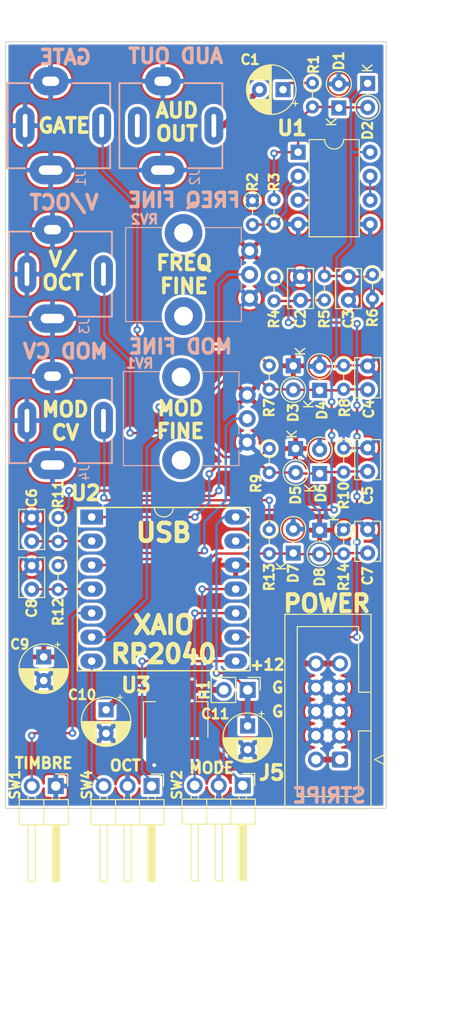
<source format=kicad_pcb>
(kicad_pcb (version 20211014) (generator pcbnew)
  (title_block (title "VOLTAGE CONTROLLED OSC") (date "2022-09-21") (rev "1") (company "LAND BOARDS, LLC"))
  (layers (0 "F.Cu" signal) (31 "B.Cu" signal) (34 "B.Paste" user) (35 "F.Paste" user) (36 "B.SilkS" user "B.Silkscreen") (37 "F.SilkS" user "F.Silkscreen") (38 "B.Mask" user) (39 "F.Mask" user) (44 "Edge.Cuts" user))
  (net 0 "")
  (net 1 "GND")
  (net 2 "+3V3")
  (net 3 "+5V")
  (net 4 "/GATE_CTL")
  (net 5 "/FREQ_POT")
  (net 6 "/VPEROCT_CV")
  (net 7 "/MOD_POT")
  (net 8 "/MOD_CV")
  (net 9 "/PRE_FILT")
  (net 10 "/AUD_OUT")
  (net 11 "/TIMBRE_PB")
  (net 12 "/MODE_UP_PB")
  (net 13 "/MODE_DN_PB")
  (net 14 "+12V")
  (net 15 "/CV")
  (net 16 "/GATE")
  (net 17 "/OCT_UP_PB")
  (net 18 "Net-(C1-Pad1)")
  (net 19 "/OCT_DN_PB")
  (net 20 "/WAV")
  (net 21 "/V_OCT")
  (net 23 "/MOD_FINE")
  (net 24 "/FREQ_FINE")
  (net 25 "-12V")
  (net 26 "Net-(D1-Pad1)")
  (net 27 "Net-(R2-Pad2)")
  (net 28 "Net-(C2-Pad1)")
  (net 29 "Net-(C10-Pad1)")
  (net 30 "Net-(U1-Pad6)")
  (footprint "Capacitor_THT:CP_Radial_D5.0mm_P2.50mm" (layer "F.Cu") (at 211.328 93.98 -90)
    (fp_text reference "C11" (at -1.27 3.429 180) (layer "F.SilkS") (effects (font (size 1.016 1.016) (thickness 0.254))))
    (fp_text value "10uF")
    (pad "1" thru_hole rect (at 0 0 270) (size 1.6 1.6) (drill 0.8) (layers *.Cu *.Mask) (net 3 "+5V"))
    (pad "2" thru_hole circle (at 2.5 0 270) (size 1.6 1.6) (drill 0.8) (layers *.Cu *.Mask) (net 1 "GND"))
  )
  (footprint "Resistor_THT:R_Axial_DIN0204_L3.6mm_D1.6mm_P2.54mm_Vertical" (layer "F.Cu") (at 213.614 55.831686 -90)
    (fp_text reference "R7" (at 4.493314 0 -90) (layer "F.SilkS") (effects (font (size 1.016 1.016) (thickness 0.254))))
    (fp_text value "220K")
    (pad "1" thru_hole circle (at 0 0 270) (size 1.4 1.4) (drill 0.7) (layers *.Cu *.Mask) (net 16 "/GATE"))
    (pad "2" thru_hole oval (at 2.54 0 270) (size 1.4 1.4) (drill 0.7) (layers *.Cu *.Mask) (net 4 "/GATE_CTL"))
  )
  (footprint "Capacitor_THT:CP_Radial_D5.0mm_P2.50mm" (layer "F.Cu") (at 189.738 86.678888 -90)
    (fp_text reference "C9" (at -1.334888 2.54 180) (layer "F.SilkS") (effects (font (size 1.016 1.016) (thickness 0.254))))
    (fp_text value "10uF")
    (pad "1" thru_hole rect (at 0 0 270) (size 1.6 1.6) (drill 0.8) (layers *.Cu *.Mask) (net 2 "+3V3"))
    (pad "2" thru_hole circle (at 2.5 0 270) (size 1.6 1.6) (drill 0.8) (layers *.Cu *.Mask) (net 1 "GND"))
  )
  (footprint "Diode_THT:D_DO-35_SOD27_P2.54mm_Vertical_KathodeUp" (layer "F.Cu") (at 220.98 28.603686 90)
    (fp_text reference "D1" (at 4.981686 0 90) (layer "F.SilkS") (effects (font (size 1.016 1.016) (thickness 0.254))))
    (fp_text value "BAT41")
    (fp_text user "K" (at -1.495314 -0.762 90) (layer "F.SilkS"))
    (pad "1" thru_hole rect (at 0 0 90) (size 1.6 1.6) (drill 0.8) (layers *.Cu *.Mask) (net 26 "Net-(D1-Pad1)"))
    (pad "2" thru_hole oval (at 2.54 0 90) (size 1.6 1.6) (drill 0.8) (layers *.Cu *.Mask) (net 1 "GND"))
  )
  (footprint "Diode_THT:D_DO-35_SOD27_P2.54mm_Vertical_KathodeUp" (layer "F.Cu") (at 216.408 64.634315 -90)
    (fp_text reference "D5" (at 4.925312 0 90) (layer "F.SilkS") (effects (font (size 1.016 1.016) (thickness 0.254))))
    (fp_text value "BAT41")
    (fp_text user "K" (at -1.515315 0.381 90) (layer "F.SilkS"))
    (pad "1" thru_hole rect (at 0 0 270) (size 1.6 1.6) (drill 0.8) (layers *.Cu *.Mask) (net 2 "+3V3"))
    (pad "2" thru_hole oval (at 2.54 0 270) (size 1.6 1.6) (drill 0.8) (layers *.Cu *.Mask) (net 6 "/VPEROCT_CV"))
  )
  (footprint "Diode_THT:D_DO-35_SOD27_P2.54mm_Vertical_KathodeUp" (layer "F.Cu") (at 218.948 73.270315 -90)
    (fp_text reference "D8" (at 4.961685 0 90) (layer "F.SilkS") (effects (font (size 1.016 1.016) (thickness 0.254))))
    (fp_text value "BAT41")
    (fp_text user "K" (at -1.368315 -1.524 90) (layer "F.SilkS"))
    (pad "1" thru_hole rect (at 0 0 270) (size 1.6 1.6) (drill 0.8) (layers *.Cu *.Mask) (net 2 "+3V3"))
    (pad "2" thru_hole oval (at 2.54 0 270) (size 1.6 1.6) (drill 0.8) (layers *.Cu *.Mask) (net 8 "/MOD_CV"))
  )
  (footprint "Connector_PinHeader_2.54mm:PinHeader_1x03_P2.54mm_Horizontal" (layer "F.Cu") (at 210.804989 100.273002 -90)
    (fp_text reference "SW2" (at -0.070002 6.969989 -90) (layer "F.SilkS") (effects (font (size 1.016 1.016) (thickness 0.254))))
    (fp_text value "SW_SPDT_MSM")
    (pad "1" thru_hole rect (at 0 0 270) (size 1.7 1.7) (drill 1) (layers *.Cu *.Mask) (net 12 "/MODE_UP_PB"))
    (pad "2" thru_hole oval (at 0 2.54 270) (size 1.7 1.7) (drill 1) (layers *.Cu *.Mask) (net 1 "GND"))
    (pad "3" thru_hole oval (at 0 5.08 270) (size 1.7 1.7) (drill 1) (layers *.Cu *.Mask) (net 13 "/MODE_DN_PB"))
  )
  (footprint "Diode_THT:D_DO-35_SOD27_P2.54mm_Vertical_KathodeUp" (layer "F.Cu") (at 218.948 67.281686 90)
    (fp_text reference "D6" (at -2.060314 0.127 90) (layer "F.SilkS") (effects (font (size 1.016 1.016) (thickness 0.254))))
    (fp_text value "BAT41")
    (fp_text user "K" (at -1.552314 -1.016 90) (layer "F.SilkS"))
    (pad "1" thru_hole rect (at 0 0 90) (size 1.6 1.6) (drill 0.8) (layers *.Cu *.Mask) (net 6 "/VPEROCT_CV"))
    (pad "2" thru_hole oval (at 2.54 0 90) (size 1.6 1.6) (drill 0.8) (layers *.Cu *.Mask) (net 1 "GND"))
  )
  (footprint "Connector_PinHeader_2.54mm:PinHeader_1x02_P2.54mm_Horizontal" (layer "F.Cu") (at 191.013004 100.33 -90)
    (fp_text reference "SW1" (at -0.127 4.323004 -90) (layer "F.SilkS") (effects (font (size 1.016 1.016) (thickness 0.254))))
    (fp_text value "SW_Push")
    (pad "1" thru_hole rect (at 0 0 270) (size 1.7 1.7) (drill 1) (layers *.Cu *.Mask) (net 1 "GND"))
    (pad "2" thru_hole oval (at 0 2.54 270) (size 1.7 1.7) (drill 1) (layers *.Cu *.Mask) (net 11 "/TIMBRE_PB"))
  )
  (footprint "Resistor_THT:R_Axial_DIN0204_L3.6mm_D1.6mm_P2.54mm_Vertical" (layer "F.Cu") (at 213.614 73.202 -90)
    (fp_text reference "R13" (at 5.03 0 -90) (layer "F.SilkS") (effects (font (size 1.016 1.016) (thickness 0.254))))
    (fp_text value "22K")
    (pad "1" thru_hole circle (at 0 0 270) (size 1.4 1.4) (drill 0.7) (layers *.Cu *.Mask) (net 15 "/CV"))
    (pad "2" thru_hole oval (at 2.54 0 270) (size 1.4 1.4) (drill 0.7) (layers *.Cu *.Mask) (net 8 "/MOD_CV"))
  )
  (footprint "Resistor_THT:R_Axial_DIN0204_L3.6mm_D1.6mm_P2.54mm_Vertical" (layer "F.Cu") (at 191.262 77.012 -90)
    (fp_text reference "R12" (at 4.903 0 90) (layer "F.SilkS") (effects (font (size 1.016 1.016) (thickness 0.254))))
    (fp_text value "1K")
    (pad "1" thru_hole circle (at 0 0 270) (size 1.4 1.4) (drill 0.7) (layers *.Cu *.Mask) (net 23 "/MOD_FINE"))
    (pad "2" thru_hole oval (at 2.54 0 270) (size 1.4 1.4) (drill 0.7) (layers *.Cu *.Mask) (net 7 "/MOD_POT"))
  )
  (footprint "Resistor_THT:R_Axial_DIN0204_L3.6mm_D1.6mm_P2.54mm_Vertical" (layer "F.Cu") (at 214.122 40.844 90)
    (fp_text reference "R3" (at 4.395 0 90) (layer "F.SilkS") (effects (font (size 1.016 1.016) (thickness 0.254))))
    (fp_text value "2.7K")
    (pad "1" thru_hole circle (at 0 0 90) (size 1.4 1.4) (drill 0.7) (layers *.Cu *.Mask) (net 27 "Net-(R2-Pad2)"))
    (pad "2" thru_hole oval (at 2.54 0 90) (size 1.4 1.4) (drill 0.7) (layers *.Cu *.Mask) (net 26 "Net-(D1-Pad1)"))
  )
  (footprint "Capacitor_THT:C_Rect_L4.0mm_W2.5mm_P2.50mm" (layer "F.Cu") (at 224.028 58.4 90)
    (fp_text reference "C4" (at -2.052 0.127 90) (layer "F.SilkS") (effects (font (size 1.016 1.016) (thickness 0.254))))
    (fp_text value "0.01uF")
    (pad "1" thru_hole circle (at 0 0 90) (size 1.6 1.6) (drill 0.8) (layers *.Cu *.Mask) (net 4 "/GATE_CTL"))
    (pad "2" thru_hole circle (at 2.5 0 90) (size 1.6 1.6) (drill 0.8) (layers *.Cu *.Mask) (net 1 "GND"))
  )
  (footprint "Capacitor_THT:C_Rect_L4.0mm_W2.5mm_P2.50mm" (layer "F.Cu") (at 224.028 67.056 90)
    (fp_text reference "C5" (at -2.54 0 90) (layer "F.SilkS") (effects (font (size 1.016 1.016) (thickness 0.254))))
    (fp_text value "0.01uF")
    (pad "1" thru_hole circle (at 0 0 90) (size 1.6 1.6) (drill 0.8) (layers *.Cu *.Mask) (net 6 "/VPEROCT_CV"))
    (pad "2" thru_hole circle (at 2.5 0 90) (size 1.6 1.6) (drill 0.8) (layers *.Cu *.Mask) (net 1 "GND"))
  )
  (footprint "Connector_PinHeader_2.54mm:PinHeader_1x03_P2.54mm_Horizontal" (layer "F.Cu") (at 201.152989 100.33 -90)
    (fp_text reference "SW4" (at -0.127 6.842989 -90) (layer "F.SilkS") (effects (font (size 1.016 1.016) (thickness 0.254))))
    (fp_text value "SW_SPDT_MSM")
    (pad "1" thru_hole rect (at 0 0 270) (size 1.7 1.7) (drill 1) (layers *.Cu *.Mask) (net 19 "/OCT_DN_PB"))
    (pad "2" thru_hole oval (at 0 2.54 270) (size 1.7 1.7) (drill 1) (layers *.Cu *.Mask) (net 1 "GND"))
    (pad "3" thru_hole oval (at 0 5.08 270) (size 1.7 1.7) (drill 1) (layers *.Cu *.Mask) (net 17 "/OCT_UP_PB"))
  )
  (footprint "Diode_THT:D_DO-35_SOD27_P2.54mm_Vertical_KathodeUp" (layer "F.Cu") (at 218.948 58.477372 90)
    (fp_text reference "D4" (at -2.101628 0.254 90) (layer "F.SilkS") (effects (font (size 1.016 1.016) (thickness 0.254))))
    (fp_text value "BAT41")
    (fp_text user "K" (at -1.466628 -1.143 90) (layer "F.SilkS"))
    (pad "1" thru_hole rect (at 0 0 90) (size 1.6 1.6) (drill 0.8) (layers *.Cu *.Mask) (net 4 "/GATE_CTL"))
    (pad "2" thru_hole oval (at 2.54 0 90) (size 1.6 1.6) (drill 0.8) (layers *.Cu *.Mask) (net 1 "GND"))
  )
  (footprint "Capacitor_THT:C_Rect_L4.0mm_W2.5mm_P2.50mm" (layer "F.Cu") (at 216.916 48.952 90)
    (fp_text reference "C2" (at -1.975 0 90) (layer "F.SilkS") (effects (font (size 1.016 1.016) (thickness 0.254))))
    (fp_text value "10nF")
    (pad "1" thru_hole circle (at 0 0 90) (size 1.6 1.6) (drill 0.8) (layers *.Cu *.Mask) (net 28 "Net-(C2-Pad1)"))
    (pad "2" thru_hole circle (at 2.5 0 90) (size 1.6 1.6) (drill 0.8) (layers *.Cu *.Mask) (net 1 "GND"))
  )
  (footprint "Resistor_THT:R_Axial_DIN0204_L3.6mm_D1.6mm_P2.54mm_Vertical" (layer "F.Cu") (at 219.456 48.922 90)
    (fp_text reference "R5" (at -2.005 0 90) (layer "F.SilkS") (effects (font (size 1.016 1.016) (thickness 0.254))))
    (fp_text value "220")
    (pad "1" thru_hole circle (at 0 0 90) (size 1.4 1.4) (drill 0.7) (layers *.Cu *.Mask) (net 28 "Net-(C2-Pad1)"))
    (pad "2" thru_hole oval (at 2.54 0 90) (size 1.4 1.4) (drill 0.7) (layers *.Cu *.Mask) (net 9 "/PRE_FILT"))
  )
  (footprint "Resistor_THT:R_Axial_DIN0204_L3.6mm_D1.6mm_P2.54mm_Vertical" (layer "F.Cu") (at 221.488 55.831686 -90)
    (fp_text reference "R8" (at 4.493314 -0.127 90) (layer "F.SilkS") (effects (font (size 1.016 1.016) (thickness 0.254))))
    (fp_text value "330K")
    (pad "1" thru_hole circle (at 0 0 270) (size 1.4 1.4) (drill 0.7) (layers *.Cu *.Mask) (net 1 "GND"))
    (pad "2" thru_hole oval (at 2.54 0 270) (size 1.4 1.4) (drill 0.7) (layers *.Cu *.Mask) (net 4 "/GATE_CTL"))
  )
  (footprint "Resistor_THT:R_Axial_DIN0204_L3.6mm_D1.6mm_P2.54mm_Vertical" (layer "F.Cu") (at 213.614 64.636 -90)
    (fp_text reference "R9" (at 3.69 1.397 90) (layer "F.SilkS") (effects (font (size 1.016 1.016) (thickness 0.254))))
    (fp_text value "220K")
    (pad "1" thru_hole circle (at 0 0 270) (size 1.4 1.4) (drill 0.7) (layers *.Cu *.Mask) (net 21 "/V_OCT"))
    (pad "2" thru_hole oval (at 2.54 0 270) (size 1.4 1.4) (drill 0.7) (layers *.Cu *.Mask) (net 6 "/VPEROCT_CV"))
  )
  (footprint "Capacitor_THT:C_Rect_L4.0mm_W2.5mm_P2.50mm" (layer "F.Cu") (at 224.028 75.692 90)
    (fp_text reference "C7" (at -2.413 0 90) (layer "F.SilkS") (effects (font (size 1.016 1.016) (thickness 0.254))))
    (fp_text value "0.01uF")
    (pad "1" thru_hole circle (at 0 0 90) (size 1.6 1.6) (drill 0.8) (layers *.Cu *.Mask) (net 8 "/MOD_CV"))
    (pad "2" thru_hole circle (at 2.5 0 90) (size 1.6 1.6) (drill 0.8) (layers *.Cu *.Mask) (net 1 "GND"))
  )
  (footprint "Diode_THT:D_DO-35_SOD27_P2.54mm_Vertical_KathodeUp" (layer "F.Cu") (at 224.028 26.006315 -90)
    (fp_text reference "D2" (at 4.981685 0 -90) (layer "F.SilkS") (effects (font (size 1.016 1.016) (thickness 0.254))))
    (fp_text value "BAT41")
    (fp_text user "K" (at -1.622315 0 -90) (layer "F.SilkS"))
    (pad "1" thru_hole rect (at 0 0 270) (size 1.6 1.6) (drill 0.8) (layers *.Cu *.Mask) (net 3 "+5V"))
    (pad "2" thru_hole oval (at 2.54 0 270) (size 1.6 1.6) (drill 0.8) (layers *.Cu *.Mask) (net 26 "Net-(D1-Pad1)"))
  )
  (footprint "Diode_THT:D_DO-35_SOD27_P2.54mm_Vertical_KathodeUp" (layer "F.Cu") (at 216.154 75.692 90)
    (fp_text reference "D7" (at -2.159 0 90) (layer "F.SilkS") (effects (font (size 1.016 1.016) (thickness 0.254))))
    (fp_text value "BAT41")
    (fp_text user "K" (at -1.397 -1.27 90) (layer "F.SilkS"))
    (pad "1" thru_hole rect (at 0 0 90) (size 1.6 1.6) (drill 0.8) (layers *.Cu *.Mask) (net 8 "/MOD_CV"))
    (pad "2" thru_hole oval (at 2.54 0 90) (size 1.6 1.6) (drill 0.8) (layers *.Cu *.Mask) (net 1 "GND"))
  )
  (footprint "Package_DIP:DIP-8_W7.62mm" (layer "F.Cu") (at 216.672 33.284)
    (fp_text reference "U1" (at -0.645 -2.55) (layer "F.SilkS") (effects (font (size 1.524 1.524) (thickness 0.381))))
    (fp_text value "MCP6232")
    (pad "1" thru_hole rect (at 0 0) (size 1.6 1.6) (drill 0.8) (layers *.Cu *.Mask) (net 26 "Net-(D1-Pad1)"))
    (pad "2" thru_hole oval (at 0 2.54) (size 1.6 1.6) (drill 0.8) (layers *.Cu *.Mask) (net 27 "Net-(R2-Pad2)"))
    (pad "3" thru_hole oval (at 0 5.08) (size 1.6 1.6) (drill 0.8) (layers *.Cu *.Mask) (net 9 "/PRE_FILT"))
    (pad "4" thru_hole oval (at 0 7.62) (size 1.6 1.6) (drill 0.8) (layers *.Cu *.Mask) (net 1 "GND"))
    (pad "5" thru_hole oval (at 7.62 7.62) (size 1.6 1.6) (drill 0.8) (layers *.Cu *.Mask) (net 1 "GND"))
    (pad "6" thru_hole oval (at 7.62 5.08) (size 1.6 1.6) (drill 0.8) (layers *.Cu *.Mask) (net 30 "Net-(U1-Pad6)"))
    (pad "7" thru_hole oval (at 7.62 2.54) (size 1.6 1.6) (drill 0.8) (layers *.Cu *.Mask) (net 30 "Net-(U1-Pad6)"))
    (pad "8" thru_hole oval (at 7.62 0) (size 1.6 1.6) (drill 0.8) (layers *.Cu *.Mask) (net 3 "+5V"))
  )
  (footprint "Resistor_THT:R_Axial_DIN0204_L3.6mm_D1.6mm_P2.54mm_Vertical" (layer "F.Cu") (at 218.186 25.958 -90)
    (fp_text reference "R1" (at -1.955 -0.127 -90) (layer "F.SilkS") (effects (font (size 1.016 1.016) (thickness 0.254))))
    (fp_text value "330")
    (pad "1" thru_hole circle (at 0 0 270) (size 1.4 1.4) (drill 0.7) (layers *.Cu *.Mask) (net 18 "Net-(C1-Pad1)"))
    (pad "2" thru_hole oval (at 2.54 0 270) (size 1.4 1.4) (drill 0.7) (layers *.Cu *.Mask) (net 26 "Net-(D1-Pad1)"))
  )
  (footprint "Diode_THT:D_DO-35_SOD27_P2.54mm_Vertical_KathodeUp" (layer "F.Cu") (at 216.154 55.880001 -90)
    (fp_text reference "D3" (at 4.952999 0 90) (layer "F.SilkS") (effects (font (size 1.016 1.016) (thickness 0.254))))
    (fp_text value "BAT41")
    (fp_text user "K" (at -1.524001 -0.762 90) (layer "F.SilkS"))
    (pad "1" thru_hole rect (at 0 0 270) (size 1.6 1.6) (drill 0.8) (layers *.Cu *.Mask) (net 2 "+3V3"))
    (pad "2" thru_hole oval (at 2.54 0 270) (size 1.6 1.6) (drill 0.8) (layers *.Cu *.Mask) (net 4 "/GATE_CTL"))
  )
  (footprint "Capacitor_THT:C_Rect_L4.0mm_W2.5mm_P2.50mm" (layer "F.Cu") (at 221.996 46.452 -90)
    (fp_text reference "C3" (at 4.475 0 90) (layer "F.SilkS") (effects (font (size 1.016 1.016) (thickness 0.254))))
    (fp_text value "10nF")
    (pad "1" thru_hole circle (at 0 0 270) (size 1.6 1.6) (drill 0.8) (layers *.Cu *.Mask) (net 9 "/PRE_FILT"))
    (pad "2" thru_hole circle (at 2.5 0 270) (size 1.6 1.6) (drill 0.8) (layers *.Cu *.Mask) (net 1 "GND"))
  )
  (footprint "Connector_IDC:IDC-Header_2x05_P2.54mm_Vertical" (layer "F.Cu") (at 221.0975 97.536 180)
    (fp_text reference "J5" (at 7.2295 -1.397 180) (layer "F.SilkS") (effects (font (size 1.524 1.524) (thickness 0.381))))
    (fp_text value "Conn_02x05")
    (pad "1" thru_hole roundrect (at 0 0 180) (size 1.7 1.7) (drill 1) (layers *.Cu *.Mask) (roundrect_rratio 0.1470588235) (net 25 "-12V"))
    (pad "2" thru_hole circle (at 2.54 0 180) (size 1.7 1.7) (drill 1) (layers *.Cu *.Mask) (net 25 "-12V"))
    (pad "3" thru_hole circle (at 0 2.54 180) (size 1.7 1.7) (drill 1) (layers *.Cu *.Mask) (net 1 "GND"))
    (pad "4" thru_hole circle (at 2.54 2.54 180) (size 1.7 1.7) (drill 1) (layers *.Cu *.Mask) (net 1 "GND"))
    (pad "5" thru_hole circle (at 0 5.08 180) (size 1.7 1.7) (drill 1) (layers *.Cu *.Mask) (net 1 "GND"))
    (pad "6" thru_hole circle (at 2.54 5.08 180) (size 1.7 1.7) (drill 1) (layers *.Cu *.Mask) (net 1 "GND"))
    (pad "7" thru_hole circle (at 0 7.62 180) (size 1.7 1.7) (drill 1) (layers *.Cu *.Mask) (net 1 "GND"))
    (pad "8" thru_hole circle (at 2.54 7.62 180) (size 1.7 1.7) (drill 1) (layers *.Cu *.Mask) (net 1 "GND"))
    (pad "9" thru_hole circle (at 0 10.16 180) (size 1.7 1.7) (drill 1) (layers *.Cu *.Mask) (net 14 "+12V"))
    (pad "10" thru_hole circle (at 2.54 10.16 180) (size 1.7 1.7) (drill 1) (layers *.Cu *.Mask) (net 14 "+12V"))
  )
  (footprint "Resistor_THT:R_Axial_DIN0204_L3.6mm_D1.6mm_P2.54mm_Vertical" (layer "F.Cu") (at 191.262 71.932 -90)
    (fp_text reference "R11" (at -2.463 0 90) (layer "F.SilkS") (effects (font (size 1.016 1.016) (thickness 0.254))))
    (fp_text value "1K")
    (pad "1" thru_hole circle (at 0 0 270) (size 1.4 1.4) (drill 0.7) (layers *.Cu *.Mask) (net 24 "/FREQ_FINE"))
    (pad "2" thru_hole oval (at 2.54 0 270) (size 1.4 1.4) (drill 0.7) (layers *.Cu *.Mask) (net 5 "/FREQ_POT"))
  )
  (footprint "LandBoards_BoardOutlines:QT_Py" (layer "F.Cu") (at 194.818 71.882)
    (fp_text reference "U2" (at -0.635 -2.54) (layer "F.SilkS") (effects (font (size 1.524 1.524) (thickness 0.381))))
    (fp_text value "XIAO_RP2040")
    (pad "1" thru_hole rect (at 0 0) (size 2.4 1.6) (drill 0.8) (layers *.Cu *.Mask) (net 6 "/VPEROCT_CV"))
    (pad "2" thru_hole oval (at 0 2.54) (size 2.4 1.6) (drill 0.8) (layers *.Cu *.Mask) (net 5 "/FREQ_POT"))
    (pad "3" thru_hole oval (at 0 5.08) (size 2.4 1.6) (drill 0.8) (layers *.Cu *.Mask) (net 8 "/MOD_CV"))
    (pad "4" thru_hole oval (at 0 7.62) (size 2.4 1.6) (drill 0.8) (layers *.Cu *.Mask) (net 7 "/MOD_POT"))
    (pad "5" thru_hole oval (at 0 10.16) (size 2.4 1.6) (drill 0.8) (layers *.Cu *.Mask) (net 11 "/TIMBRE_PB"))
    (pad "6" thru_hole oval (at 0 12.7) (size 2.4 1.6) (drill 0.8) (layers *.Cu *.Mask) (net 4 "/GATE_CTL"))
    (pad "7" thru_hole oval (at 0 15.24) (size 2.4 1.6) (drill 0.8) (layers *.Cu *.Mask) (net 17 "/OCT_UP_PB"))
    (pad "8" thru_hole oval (at 15.24 15.24) (size 2.4 1.6) (drill 0.8) (layers *.Cu *.Mask) (net 19 "/OCT_DN_PB"))
    (pad "9" thru_hole oval (at 15.24 12.7) (size 2.4 1.6) (drill 0.8) (layers *.Cu *.Mask) (net 20 "/WAV"))
    (pad "10" thru_hole oval (at 15.24 10.16) (size 2.4 1.6) (drill 0.8) (layers *.Cu *.Mask) (net 13 "/MODE_DN_PB"))
    (pad "11" thru_hole oval (at 15.24 7.62) (size 2.4 1.6) (drill 0.8) (layers *.Cu *.Mask) (net 12 "/MODE_UP_PB"))
    (pad "12" thru_hole oval (at 15.24 5.08) (size 2.4 1.6) (drill 0.8) (layers *.Cu *.Mask) (net 2 "+3V3"))
    (pad "13" thru_hole oval (at 15.24 2.54) (size 2.4 1.6) (drill 0.8) (layers *.Cu *.Mask) (net 1 "GND"))
    (pad "14" thru_hole oval (at 15.24 0) (size 2.4 1.6) (drill 0.8) (layers *.Cu *.Mask) (net 3 "+5V"))
  )
  (footprint "Connector_PinHeader_2.54mm:PinHeader_1x02_P2.54mm_Vertical" (layer "F.Cu") (at 211.333 90.17 -90)
    (fp_text reference "H1" (at 0 4.577 90) (layer "F.SilkS") (effects (font (size 1.016 1.016) (thickness 0.254))))
    (fp_text value "Conn_01x02")
    (pad "1" thru_hole rect (at 0 0 270) (size 1.7 1.7) (drill 1) (layers *.Cu *.Mask) (net 3 "+5V"))
    (pad "2" thru_hole oval (at 0 2.54 270) (size 1.7 1.7) (drill 1) (layers *.Cu *.Mask) (net 29 "Net-(C10-Pad1)"))
  )
  (footprint "Resistor_THT:R_Axial_DIN0204_L3.6mm_D1.6mm_P2.54mm_Vertical" (layer "F.Cu") (at 221.488 73.222 -90)
    (fp_text reference "R14" (at 5.01 0 90) (layer "F.SilkS") (effects (font (size 1.016 1.016) (thickness 0.254))))
    (fp_text value "33K")
    (pad "1" thru_hole circle (at 0 0 270) (size 1.4 1.4) (drill 0.7) (layers *.Cu *.Mask) (net 1 "GND"))
    (pad "2" thru_hole oval (at 2.54 0 270) (size 1.4 1.4) (drill 0.7) (layers *.Cu *.Mask) (net 8 "/MOD_CV"))
  )
  (footprint "Capacitor_THT:C_Rect_L4.0mm_W2.5mm_P2.50mm" (layer "F.Cu") (at 188.468 79.522 90)
    (fp_text reference "C8" (at -2.012 0 90) (layer "F.SilkS") (effects (font (size 1.016 1.016) (thickness 0.254))))
    (fp_text value "0.1uF")
    (pad "1" thru_hole circle (at 0 0 90) (size 1.6 1.6) (drill 0.8) (layers *.Cu *.Mask) (net 7 "/MOD_POT"))
    (pad "2" thru_hole circle (at 2.5 0 90) (size 1.6 1.6) (drill 0.8) (layers *.Cu *.Mask) (net 1 "GND"))
  )
  (footprint "Resistor_THT:R_Axial_DIN0204_L3.6mm_D1.6mm_P2.54mm_Vertical" (layer "F.Cu") (at 211.836 38.404 -90)
    (fp_text reference "R2" (at -1.955 0 90) (layer "F.SilkS") (effects (font (size 1.016 1.016) (thickness 0.254))))
    (fp_text value "5.6K")
    (pad "1" thru_hole circle (at 0 0 270) (size 1.4 1.4) (drill 0.7) (layers *.Cu *.Mask) (net 1 "GND"))
    (pad "2" thru_hole oval (at 2.54 0 270) (size 1.4 1.4) (drill 0.7) (layers *.Cu *.Mask) (net 27 "Net-(R2-Pad2)"))
  )
  (footprint "Resistor_THT:R_Axial_DIN0204_L3.6mm_D1.6mm_P2.54mm_Vertical" (layer "F.Cu") (at 224.536 46.228 -90)
    (fp_text reference "R6" (at 4.572 0 -90) (layer "F.SilkS") (effects (font (size 1.016 1.016) (thickness 0.254))))
    (fp_text value "DNP")
    (pad "1" thru_hole circle (at 0 0 270) (size 1.4 1.4) (drill 0.7) (layers *.Cu *.Mask) (net 9 "/PRE_FILT"))
    (pad "2" thru_hole oval (at 2.54 0 270) (size 1.4 1.4) (drill 0.7) (layers *.Cu *.Mask) (net 1 "GND"))
  )
  (footprint "Resistor_THT:R_Axial_DIN0204_L3.6mm_D1.6mm_P2.54mm_Vertical" (layer "F.Cu") (at 214.122 46.482 -90)
    (fp_text reference "R4" (at 4.445 0 90) (layer "F.SilkS") (effects (font (size 1.016 1.016) (thickness 0.254))))
    (fp_text value "220")
    (pad "1" thru_hole circle (at 0 0 270) (size 1.4 1.4) (drill 0.7) (layers *.Cu *.Mask) (net 20 "/WAV"))
    (pad "2" thru_hole oval (at 2.54 0 270) (size 1.4 1.4) (drill 0.7) (layers *.Cu *.Mask) (net 28 "Net-(C2-Pad1)"))
  )
  (footprint "Capacitor_THT:CP_Radial_D5.0mm_P2.50mm" (layer "F.Cu") (at 215.073113 26.67 180)
    (fp_text reference "C1" (at 3.491113 3.175) (layer "F.SilkS") (effects (font (size 1.016 1.016) (thickness 0.254))))
    (fp_text value "10uF")
    (pad "1" thru_hole rect (at 0 0 180) (size 1.6 1.6) (drill 0.8) (layers *.Cu *.Mask) (net 18 "Net-(C1-Pad1)"))
    (pad "2" thru_hole circle (at 2.5 0 180) (size 1.6 1.6) (drill 0.8) (layers *.Cu *.Mask) (net 10 "/AUD_OUT"))
  )
  (footprint "Capacitor_THT:CP_Radial_D5.0mm_P2.50mm" (layer "F.Cu") (at 196.342 92.266888 -90)
    (fp_text reference "C10" (at -1.588888 2.54 180) (layer "F.SilkS") (effects (font (size 1.016 1.016) (thickness 0.254))))
    (fp_text value "10uF")
    (pad "1" thru_hole rect (at 0 0 270) (size 1.6 1.6) (drill 0.8) (layers *.Cu *.Mask) (net 29 "Net-(C10-Pad1)"))
    (pad "2" thru_hole circle (at 2.5 0 270) (size 1.6 1.6) (drill 0.8) (layers *.Cu *.Mask) (net 1 "GND"))
  )
  (footprint "Resistor_THT:R_Axial_DIN0204_L3.6mm_D1.6mm_P2.54mm_Vertical" (layer "F.Cu") (at 221.488 64.586 -90)
    (fp_text reference "R10" (at 5.01 0 90) (layer "F.SilkS") (effects (font (size 1.016 1.016) (thickness 0.254))))
    (fp_text value "330K")
    (pad "1" thru_hole circle (at 0 0 270) (size 1.4 1.4) (drill 0.7) (layers *.Cu *.Mask) (net 1 "GND"))
    (pad "2" thru_hole oval (at 2.54 0 270) (size 1.4 1.4) (drill 0.7) (layers *.Cu *.Mask) (net 6 "/VPEROCT_CV"))
  )
  (footprint "Package_TO_SOT_SMD:SOT-223" (layer "F.Cu") (at 203.708 93.32 90)
    (fp_text reference "U3" (at 3.658 -4.191 180) (layer "F.SilkS") (effects (font (size 1.524 1.524) (thickness 0.381))))
    (fp_text value "AZ1117-5")
    (pad "1" smd rect (at -3.15 -2.3 90) (size 2 1.5) (layers "F.Cu" "F.Paste" "F.Mask") (net 1 "GND"))
    (pad "2" smd rect (at -3.15 0 90) (size 2 1.5) (layers "F.Cu" "F.Paste" "F.Mask") (net 29 "Net-(C10-Pad1)"))
    (pad "3" smd rect (at -3.15 2.3 90) (size 2 1.5) (layers "F.Cu" "F.Paste" "F.Mask") (net 14 "+12V"))
    (pad "4" smd rect (at 3.15 0 90) (size 2 3.8) (layers "F.Cu" "F.Paste" "F.Mask") (net 29 "Net-(C10-Pad1)"))
  )
  (footprint "Capacitor_THT:C_Rect_L4.0mm_W2.5mm_P2.50mm" (layer "F.Cu") (at 188.468 74.442 90)
    (fp_text reference "C6" (at 4.592 0 90) (layer "F.SilkS") (effects (font (size 1.016 1.016) (thickness 0.254))))
    (fp_text value "0.1uF")
    (pad "1" thru_hole circle (at 0 0 90) (size 1.6 1.6) (drill 0.8) (layers *.Cu *.Mask) (net 5 "/FREQ_POT"))
    (pad "2" thru_hole circle (at 2.5 0 90) (size 1.6 1.6) (drill 0.8) (layers *.Cu *.Mask) (net 1 "GND"))
  )
  (footprint "Potentiometer_THT:Potentiometer_Bourns_PTV09A-1_Single_Vertical" (layer "B.Cu") (at 211.536 48.728 180)
    (fp_text reference "RV2" (at 11.13 8.342) (layer "B.SilkS") (effects (font (size 1.016 1.016) (thickness 0.254)) (justify mirror)))
    (fp_text value "10K")
    (pad "" np_thru_hole circle (at 7 -1.9 180) (size 4 4) (drill 2) (layers *.Cu *.Mask))
    (pad "" np_thru_hole circle (at 7 6.9 180) (size 4 4) (drill 2) (layers *.Cu *.Mask))
    (pad "1" thru_hole circle (at 0 0 180) (size 1.8 1.8) (drill 1) (layers *.Cu *.Mask) (net 1 "GND"))
    (pad "2" thru_hole circle (at 0 2.5 180) (size 1.8 1.8) (drill 1) (layers *.Cu *.Mask) (net 24 "/FREQ_FINE"))
    (pad "3" thru_hole circle (at 0 5 180) (size 1.8 1.8) (drill 1) (layers *.Cu *.Mask) (net 2 "+3V3"))
  )
  (footprint "AudioJacks:Jack_3.5mm_QingPu_WQP-PJ301BM_Vertical" (layer "B.Cu") (at 191.262 61.676001 90)
    (fp_text reference "J4" (at -5.507 2.794 270) (layer "B.SilkS") (effects (justify mirror)))
    (fp_text value "PJ-301BM")
    (pad "S" thru_hole oval locked (at -4.7 -0.6) (size 4.5 3) (drill oval 2.5 1) (layers *.Cu *.Mask) (net 1 "GND"))
    (pad "S" thru_hole oval locked (at 4.7 -0.6) (size 3.8 3) (drill oval 1.8 1) (layers *.Cu *.Mask) (net 1 "GND"))
    (pad "T" thru_hole oval locked (at 0 4.8 90) (size 4 2) (drill oval 2.5 0.5) (layers *.Cu *.Mask) (net 15 "/CV"))
    (pad "TN" thru_hole oval locked (at 0 -3.3 90) (size 4 2) (drill oval 2.5 0.5) (layers *.Cu *.Mask) (net 1 "GND"))
  )
  (footprint "Potentiometer_THT:Potentiometer_Bourns_PTV09A-1_Single_Vertical" (layer "B.Cu") (at 211.282 63.968 180)
    (fp_text reference "RV1" (at 11.384 8.342) (layer "B.SilkS") (effects (font (size 1.016 1.016) (thickness 0.254)) (justify mirror)))
    (fp_text value "10K")
    (pad "" np_thru_hole circle (at 7 -1.9 180) (size 4 4) (drill 2) (layers *.Cu *.Mask))
    (pad "" np_thru_hole circle (at 7 6.9 180) (size 4 4) (drill 2) (layers *.Cu *.Mask))
    (pad "1" thru_hole circle (at 0 0 180) (size 1.8 1.8) (drill 1) (layers *.Cu *.Mask) (net 1 "GND"))
    (pad "2" thru_hole circle (at 0 2.5 180) (size 1.8 1.8) (drill 1) (layers *.Cu *.Mask) (net 23 "/MOD_FINE"))
    (pad "3" thru_hole circle (at 0 5 180) (size 1.8 1.8) (drill 1) (layers *.Cu *.Mask) (net 2 "+3V3"))
  )
  (footprint "AudioJacks:Jack_3.5mm_QingPu_WQP-PJ301BM_Vertical" (layer "B.Cu") (at 191.070001 30.48 90)
    (fp_text reference "J1" (at -5.588 2.605 270) (layer "B.SilkS") (effects (justify mirror)))
    (fp_text value "PJ-301BM")
    (pad "S" thru_hole oval locked (at 4.7 -0.6) (size 3.8 3) (drill oval 1.8 1) (layers *.Cu *.Mask) (net 1 "GND"))
    (pad "S" thru_hole oval locked (at -4.7 -0.6) (size 4.5 3) (drill oval 2.5 1) (layers *.Cu *.Mask) (net 1 "GND"))
    (pad "T" thru_hole oval locked (at 0 4.8 90) (size 4 2) (drill oval 2.5 0.5) (layers *.Cu *.Mask) (net 16 "/GATE"))
    (pad "TN" thru_hole oval locked (at 0 -3.3 90) (size 4 2) (drill oval 2.5 0.5) (layers *.Cu *.Mask) (net 1 "GND"))
  )
  (footprint "AudioJacks:Jack_3.5mm_QingPu_WQP-PJ301BM_Vertical" (layer "B.Cu") (at 191.262 46.182001 90)
    (fp_text reference "J3" (at -5.507 2.794 270) (layer "B.SilkS") (effects (justify mirror)))
    (fp_text value "PJ-301BM")
    (pad "S" thru_hole oval locked (at 4.7 -0.6) (size 3.8 3) (drill oval 1.8 1) (layers *.Cu *.Mask) (net 1 "GND"))
    (pad "S" thru_hole oval locked (at -4.7 -0.6) (size 4.5 3) (drill oval 2.5 1) (layers *.Cu *.Mask) (net 1 "GND"))
    (pad "T" thru_hole oval locked (at 0 4.8 90) (size 4 2) (drill oval 2.5 0.5) (layers *.Cu *.Mask) (net 21 "/V_OCT"))
    (pad "TN" thru_hole oval locked (at 0 -3.3 90) (size 4 2) (drill oval 2.5 0.5) (layers *.Cu *.Mask) (net 1 "GND"))
  )
  (footprint "AudioJacks:Jack_3.5mm_QingPu_WQP-PJ301BM_Vertical" (layer "B.Cu") (at 202.946 30.48 90)
    (fp_text reference "J2" (at -5.461 2.794 270) (layer "B.SilkS") (effects (justify mirror)))
    (fp_text value "PJ-301BM")
    (pad "S" thru_hole oval locked (at 4.7 -0.6) (size 3.8 3) (drill oval 1.8 1) (layers *.Cu *.Mask) (net 1 "GND"))
    (pad "S" thru_hole oval locked (at -4.7 -0.6) (size 4.5 3) (drill oval 2.5 1) (layers *.Cu *.Mask) (net 1 "GND"))
    (pad "T" thru_hole oval locked (at 0 4.8 90) (size 4 2) (drill oval 2.5 0.5) (layers *.Cu *.Mask) (net 10 "/AUD_OUT"))
    (pad "TN" thru_hole oval locked (at 0 -3.3 90) (size 4 2) (drill oval 2.5 0.5) (layers *.Cu *.Mask))
  )
  (gr_rect (start 185.7 21.6) (end 226 102.71) (layer "Edge.Cuts") (width 0.1) (fill none))
  (gr_text "GATE" (at 192.024 23.241) (layer "B.SilkS") (effects (font (size 1.524 1.524) (thickness 0.381)) (justify mirror)))
  (gr_text "AUD OUT" (at 203.708 23.114) (layer "B.SilkS") (effects (font (size 1.524 1.524) (thickness 0.381)) (justify mirror)))
  (gr_text "FREQ FINE" (at 204.597 38.354) (layer "B.SilkS") (effects (font (size 1.5 1.5) (thickness 0.375)) (justify mirror)))
  (gr_text "MOD FINE" (at 204.216 53.848) (layer "B.SilkS") (effects (font (size 1.5 1.5) (thickness 0.375)) (justify mirror)))
  (gr_text "MOD CV" (at 192.024 54.356) (layer "B.SilkS") (effects (font (size 1.524 1.524) (thickness 0.381)) (justify mirror)))
  (gr_text "V/OCT" (at 191.897 38.608) (layer "B.SilkS") (effects (font (size 1.524 1.524) (thickness 0.381)) (justify mirror)))
  (gr_text "STRIPE" (at 219.964 101.346) (layer "B.SilkS") (effects (font (size 1.5 1.5) (thickness 0.375)) (justify mirror)))
  (gr_text "XAIO\nRP2040" (at 202.438 84.836) (layer "F.SilkS") (effects (font (size 1.905 1.905) (thickness 0.47625))))
  (gr_text "G" (at 215.267489 92.456) (layer "F.SilkS") (effects (font (size 1.143 1.143) (thickness 0.28575)) (justify right)))
  (gr_text "G" (at 215.265 89.916) (layer "F.SilkS") (effects (font (size 1.143 1.143) (thickness 0.28575)) (justify right)))
  (gr_text "MOD\nFINE" (at 204.216 61.595) (layer "F.SilkS") (effects (font (size 1.5 1.5) (thickness 0.375))))
  (gr_text "MODE" (at 207.518 98.425) (layer "F.SilkS") (effects (font (size 1.143 1.143) (thickness 0.28575))))
  (gr_text "GATE" (at 191.897 30.48) (layer "F.SilkS") (effects (font (size 1.524 1.524) (thickness 0.381))))
  (gr_text "TIMBRE" (at 189.738 97.917) (layer "F.SilkS") (effects (font (size 1.143 1.143) (thickness 0.28575))))
  (gr_text "AUD\nOUT" (at 203.835 30.099) (layer "F.SilkS") (effects (font (size 1.524 1.524) (thickness 0.381))))
  (gr_text "USB" (at 202.438 73.533) (layer "F.SilkS") (effects (font (size 1.905 1.905) (thickness 0.47625))))
  (gr_text "POWER" (at 219.71 81.026) (layer "F.SilkS") (effects (font (size 1.778 1.778) (thickness 0.4445))))
  (gr_text "V/\nOCT" (at 191.77 45.847) (layer "F.SilkS") (effects (font (size 1.524 1.524) (thickness 0.381))))
  (gr_text "OCT" (at 198.374 98.171) (layer "F.SilkS") (effects (font (size 1.143 1.143) (thickness 0.28575))))
  (gr_text "+12" (at 215.392 87.503) (layer "F.SilkS") (effects (font (size 1.143 1.143) (thickness 0.28575)) (justify right)))
  (gr_text "MOD\nCV" (at 192.024 61.722) (layer "F.SilkS") (effects (font (size 1.524 1.524) (thickness 0.381))))
  (gr_text "FREQ\nFINE" (at 204.597 46.228) (layer "F.SilkS") (effects (font (size 1.524 1.524) (thickness 0.381))))
  (segment (start 201.422 96.451) (end 201.422 98.113) (width 0.254) (layer "F.Cu") (net 1))
  (segment (start 218.948 55.937372) (end 221.382314 55.937372) (width 0.254) (layer "F.Cu") (net 1))
  (segment (start 221.488 55.831686) (end 223.959686 55.831686) (width 0.254) (layer "F.Cu") (net 1))
  (segment (start 201.422 98.113) (end 201.436 98.127) (width 0.254) (layer "F.Cu") (net 1))
  (segment (start 221.488 64.586) (end 223.998 64.586) (width 0.254) (layer "F.Cu") (net 1))
  (via (at 201.436 98.127) (size 0.8) (drill 0.4) (layers "F.Cu" "B.Cu") (net 1))
  (segment (start 225.298 65.826) (end 225.298 68.58) (width 0.254) (layer "B.Cu") (net 1))
  (segment (start 221.488 64.586) (end 221.488 62.484) (width 0.254) (layer "B.Cu") (net 1))
  (segment (start 224.028 64.556) (end 225.298 65.826) (width 0.254) (layer "B.Cu") (net 1))
  (segment (start 225.298 68.58) (end 225.044 68.834) (width 0.254) (layer "B.Cu") (net 1))
  (segment (start 216.408 64.634315) (end 217.821489 66.047804) (width 0.254) (layer "B.Cu") (net 2))
  (segment (start 217.821489 70.247489) (end 218.948 71.374) (width 0.254) (layer "B.Cu") (net 2))
  (segment (start 218.948 71.374) (end 218.948 73.270315) (width 0.254) (layer "B.Cu") (net 2))
  (segment (start 217.821489 66.047804) (end 217.821489 70.247489) (width 0.254) (layer "B.Cu") (net 2))
  (segment (start 211.333 90.17) (end 209.555 88.392) (width 0.254) (layer "F.Cu") (net 3))
  (segment (start 220.218 59.69) (end 220.218 63.246) (width 0.254) (layer "F.Cu") (net 3))
  (segment (start 209.555 88.392) (end 208.026 88.392) (width 0.254) (layer "F.Cu") (net 3))
  (segment (start 210.058 71.882) (end 211.836 71.882) (width 0.254) (layer "F.Cu") (net 3))
  (segment (start 211.836 71.882) (end 212.598 71.12) (width 0.254) (layer "F.Cu") (net 3))
  (segment (start 220.472 71.12) (end 212.598 71.12) (width 0.254) (layer "F.Cu") (net 3))
  (via (at 220.472 71.12) (size 0.8) (drill 0.4) (layers "F.Cu" "B.Cu") (net 3))
  (via (at 220.218 63.246) (size 0.8) (drill 0.4) (layers "F.Cu" "B.Cu") (net 3))
  (via (at 208.026 88.392) (size 0.8) (drill 0.4) (layers "F.Cu" "B.Cu") (net 3))
  (via (at 220.218 59.69) (size 0.8) (drill 0.4) (layers "F.Cu" "B.Cu") (net 3))
  (segment (start 211.333004 90.17) (end 211.333004 93.974996) (width 0.635) (layer "B.Cu") (net 3))
  (segment (start 220.726 54.819266) (end 220.218 55.327266) (width 0.254) (layer "B.Cu") (net 3))
  (segment (start 208.026 88.392) (end 208.026 72.644) (width 0.254) (layer "B.Cu") (net 3))
  (segment (start 222.25 27.784315) (end 222.25 42.946) (width 0.254) (layer "B.Cu") (net 3))
  (segment (start 220.218 63.246) (end 220.218 70.866) (width 0.254) (layer "B.Cu") (net 3))
  (segment (start 220.218 55.327266) (end 220.218 59.69) (width 0.254) (layer "B.Cu") (net 3))
  (segment (start 220.736 44.46) (end 220.726 44.47) (width 0.254) (layer "B.Cu") (net 3))
  (segment (start 224.292 33.284) (end 222.367 33.284) (width 0.254) (layer "B.Cu") (net 3))
  (segment (start 208.788 71.882) (end 208.026 72.644) (width 0.254) (layer "B.Cu") (net 3))
  (segment (start 220.726 44.47) (end 220.726 54.819266) (width 0.254) (layer "B.Cu") (net 3))
  (segment (start 220.218 70.866) (end 220.472 71.12) (width 0.254) (layer "B.Cu") (net 3))
  (segment (start 222.299158 27.735158) (end 222.25 27.784315) (width 0.254) (layer "B.Cu") (net 3))
  (segment (start 210.058 71.882) (end 208.788 71.882) (width 0.254) (layer "B.Cu") (net 3))
  (segment (start 222.25 42.946) (end 220.736 44.46) (width 0.254) (layer "B.Cu") (net 3))
  (segment (start 224.028 26.006315) (end 222.299158 27.735158) (width 0.254) (layer "B.Cu") (net 3))
  (segment (start 221.488 58.371686) (end 223.999686 58.371686) (width 0.254) (layer "F.Cu") (net 4))
  (segment (start 201.973489 60.241489) (end 205.950511 60.241489) (width 0.254) (layer "F.Cu") (net 4))
  (segment (start 216.154 58.420001) (end 218.890629 58.420001) (width 0.254) (layer "F.Cu") (net 4))
  (segment (start 218.948 58.477372) (end 221.382314 58.477372) (width 0.254) (layer "F.Cu") (net 4))
  (segment (start 213.614 58.371686) (end 216.105685 58.371686) (width 0.254) (layer "F.Cu") (net 4))
  (segment (start 205.950511 60.241489) (end 209.296 56.896) (width 0.254) (layer "F.Cu") (net 4))
  (segment (start 209.296 56.896) (end 212.138314 56.896) (width 0.254) (layer "F.Cu") (net 4))
  (segment (start 212.138314 56.896) (end 213.614 58.371686) (width 0.254) (layer "F.Cu") (net 4))
  (via (at 201.973489 60.241489) (size 0.8) (drill 0.4) (layers "F.Cu" "B.Cu") (net 4))
  (segment (start 196.596 84.582) (end 200.66 80.518) (width 0.254) (layer "B.Cu") (net 4))
  (segment (start 200.66 64.516) (end 201.93 63.246) (width 0.254) (layer "B.Cu") (net 4))
  (segment (start 201.93 60.284978) (end 201.973489 60.241489) (width 0.254) (layer "B.Cu") (net 4))
  (segment (start 200.66 80.518) (end 200.66 64.516) (width 0.254) (layer "B.Cu") (net 4))
  (segment (start 201.93 63.246) (end 201.93 60.284978) (width 0.254) (layer "B.Cu") (net 4))
  (segment (start 194.818 84.582) (end 196.596 84.582) (width 0.254) (layer "B.Cu") (net 4))
  (segment (start 194.818 74.422) (end 191.312 74.422) (width 0.254) (layer "F.Cu") (net 5))
  (segment (start 188.468 74.442) (end 191.232 74.442) (width 0.254) (layer "F.Cu") (net 5))
  (segment (start 208.026 66.548) (end 212.986 66.548) (width 0.254) (layer "F.Cu") (net 6))
  (segment (start 216.408 67.174315) (end 213.615685 67.174315) (width 0.254) (layer "F.Cu") (net 6))
  (segment (start 221.488 67.126) (end 219.103686 67.126) (width 0.254) (layer "F.Cu") (net 6))
  (segment (start 194.818 71.882) (end 205.74 71.882) (width 0.254) (layer "F.Cu") (net 6))
  (segment (start 224.028 67.056) (end 221.558 67.056) (width 0.254) (layer "F.Cu") (net 6))
  (segment (start 207.264 67.31) (end 208.026 66.548) (width 0.254) (layer "F.Cu") (net 6))
  (segment (start 218.948 67.281686) (end 216.515371 67.281686) (width 0.254) (layer "F.Cu") (net 6))
  (segment (start 212.986 66.548) (end 213.614 67.176) (width 0.254) (layer "F.Cu") (net 6))
  (via (at 205.74 71.882) (size 0.8) (drill 0.4) (layers "F.Cu" "B.Cu") (net 6))
  (via (at 207.264 67.31) (size 0.8) (drill 0.4) (layers "F.Cu" "B.Cu") (net 6))
  (segment (start 207.264 70.358) (end 207.264 67.31) (width 0.254) (layer "B.Cu") (net 6))
  (segment (start 205.74 71.882) (end 207.264 70.358) (width 0.254) (layer "B.Cu") (net 6))
  (segment (start 188.468 79.522) (end 191.232 79.522) (width 0.254) (layer "F.Cu") (net 7))
  (segment (start 194.818 79.502) (end 191.312 79.502) (width 0.254) (layer "F.Cu") (net 7))
  (segment (start 207.976 75.742) (end 207.391 76.327) (width 0.254) (layer "F.Cu") (net 8))
  (segment (start 221.488 75.762) (end 218.996315 75.762) (width 0.254) (layer "F.Cu") (net 8))
  (segment (start 218.948 75.810315) (end 216.272315 75.810315) (width 0.254) (layer "F.Cu") (net 8))
  (segment (start 207.391 76.327) (end 197.485 76.327) (width 0.254) (layer "F.Cu") (net 8))
  (segment (start 213.614 75.742) (end 207.976 75.742) (width 0.254) (layer "F.Cu") (net 8))
  (segment (start 224.028 75.692) (end 221.558 75.692) (width 0.254) (layer "F.Cu") (net 8))
  (segment (start 213.614 75.742) (end 216.104 75.742) (width 0.254) (layer "F.Cu") (net 8))
  (segment (start 197.485 76.327) (end 196.85 76.962) (width 0.254) (layer "F.Cu") (net 8))
  (segment (start 196.85 76.962) (end 194.818 76.962) (width 0.254) (layer "F.Cu") (net 8))
  (segment (start 221.996 46.452) (end 224.312 46.452) (width 0.254) (layer "F.Cu") (net 9))
  (segment (start 219.456 46.382) (end 219.456 39.624) (width 0.254) (layer "F.Cu") (net 9))
  (segment (start 219.456 46.382) (end 221.926 46.382) (width 0.254) (layer "F.Cu") (net 9))
  (segment (start 218.196 38.364) (end 219.456 39.624) (width 0.254) (layer "F.Cu") (net 9))
  (segment (start 216.672 38.364) (end 218.196 38.364) (width 0.254) (layer "F.Cu") (net 9))
  (segment (start 208.763108 30.48) (end 212.573108 26.67) (width 0.635) (layer "F.Cu") (net 10))
  (segment (start 188.722 94.742) (end 192.786 94.742) (width 0.254) (layer "F.Cu") (net 11))
  (segment (start 188.468 94.996) (end 188.722 94.742) (width 0.254) (layer "F.Cu") (net 11))
  (via (at 192.786 94.742) (size 0.8) (drill 0.4) (layers "F.Cu" "B.Cu") (net 11))
  (via (at 188.468 94.996) (size 0.8) (drill 0.4) (layers "F.Cu" "B.Cu") (net 11))
  (segment (start 193.294 82.042) (end 194.818 82.042) (width 0.254) (layer "B.Cu") (net 11))
  (segment (start 192.786 82.55) (end 193.294 82.042) (width 0.254) (layer "B.Cu") (net 11))
  (segment (start 192.786 94.742) (end 192.786 82.55) (width 0.254) (layer "B.Cu") (net 11))
  (segment (start 188.473 95.001) (end 188.468 94.996) (width 0.254) (layer "B.Cu") (net 11))
  (segment (start 188.473 100.33) (end 188.473 95.001) (width 0.254) (layer "B.Cu") (net 11))
  (segment (start 206.502 79.502) (end 210.058 79.502) (width 0.254) (layer "F.Cu") (net 12))
  (via (at 206.502 79.502) (size 0.8) (drill 0.4) (layers "F.Cu" "B.Cu") (net 12))
  (segment (start 208.788 94.234) (end 208.788 98.044) (width 0.254) (layer "B.Cu") (net 12))
  (segment (start 206.502 91.948) (end 208.788 94.234) (width 0.254) (layer "B.Cu") (net 12))
  (segment (start 206.502 91.948) (end 206.502 79.502) (width 0.254) (layer "B.Cu") (net 12))
  (segment (start 210.805 100.061) (end 208.788 98.044) (width 0.254) (layer "B.Cu") (net 12))
  (segment (start 205.74 82.042) (end 210.058 82.042) (width 0.254) (layer "F.Cu") (net 13))
  (via (at 205.74 82.042) (size 0.8) (drill 0.4) (layers "F.Cu" "B.Cu") (net 13))
  (segment (start 205.725 82.057) (end 205.74 82.042) (width 0.254) (layer "B.Cu") (net 13))
  (segment (start 205.725 100.273) (end 205.725 82.057) (width 0.254) (layer "B.Cu") (net 13))
  (segment (start 209.207992 97.877988) (end 208.446002 97.115998) (width 0.635) (layer "F.Cu") (net 14))
  (segment (start 208.446002 97.115998) (end 207.799991 96.469987) (width 0.635) (layer "F.Cu") (net 14))
  (segment (start 216.154 87.376) (end 218.5575 87.376) (width 0.635) (layer "F.Cu") (net 14))
  (segment (start 207.314 96.47) (end 206.008 96.47) (width 0.254) (layer "F.Cu") (net 14))
  (segment (start 208.446002 97.115998) (end 207.800004 96.47) (width 0.635) (layer "F.Cu") (net 14))
  (segment (start 209.715989 98.386011) (end 209.207992 97.878008) (width 0.635) (layer "F.Cu") (net 14))
  (segment (start 218.567 87.376) (end 221.107 87.376) (width 0.635) (layer "F.Cu") (net 14))
  (segment (start 207.800004 96.47) (end 207.314 96.47) (width 0.635) (layer "F.Cu") (net 14))
  (segment (start 215.519 96.647) (end 215.519 88.011) (width 0.635) (layer "F.Cu") (net 14))
  (segment (start 213.779989 98.386011) (end 215.519 96.647) (width 0.635) (layer "F.Cu") (net 14))
  (segment (start 215.519 88.011) (end 216.154 87.376) (width 0.635) (layer "F.Cu") (net 14))
  (segment (start 209.207992 97.878008) (end 209.207992 97.877988) (width 0.635) (layer "F.Cu") (net 14))
  (segment (start 209.715989 98.386011) (end 213.779989 98.386011) (width 0.635) (layer "F.Cu") (net 14))
  (segment (start 207.8 96.47) (end 207.314 96.47) (width 0.254) (layer "F.Cu") (net 14))
  (segment (start 213.614 70.104) (end 196.342 70.104) (width 0.254) (layer "F.Cu") (net 15))
  (segment (start 196.342 70.104) (end 196.088 69.85) (width 0.254) (layer "F.Cu") (net 15))
  (via (at 213.614 70.104) (size 0.8) (drill 0.4) (layers "F.Cu" "B.Cu") (net 15))
  (via (at 196.088 69.85) (size 0.8) (drill 0.4) (layers "F.Cu" "B.Cu") (net 15))
  (segment (start 196.088 69.85) (end 196.162 69.776) (width 0.254) (layer "B.Cu") (net 15))
  (segment (start 213.614 73.202) (end 213.614 70.104) (width 0.254) (layer "B.Cu") (net 15))
  (segment (start 196.162 69.776) (end 196.162 61.676) (width 0.254) (layer "B.Cu") (net 15))
  (segment (start 213.614 55.831686) (end 211.630314 53.848) (width 0.254) (layer "F.Cu") (net 16))
  (segment (start 199.644 52.578) (end 199.644 52.07) (width 0.254) (layer "F.Cu") (net 16))
  (segment (start 200.914 53.848) (end 199.644 52.578) (width 0.254) (layer "F.Cu") (net 16))
  (segment (start 211.630314 53.848) (end 200.914 53.848) (width 0.254) (layer "F.Cu") (net 16))
  (via (at 199.644 52.07) (size 0.8) (drill 0.4) (layers "F.Cu" "B.Cu") (net 16))
  (segment (start 199.644 52.07) (end 199.644 38.862) (width 0.254) (layer "B.Cu") (net 16))
  (segment (start 195.97 35.188) (end 195.97 30.48) (width 0.254) (layer "B.Cu") (net 16))
  (segment (start 199.644 38.862) (end 195.97 35.188) (width 0.254) (layer "B.Cu") (net 16))
  (segment (start 194.818 87.122) (end 194.818 99.075) (width 0.254) (layer "B.Cu") (net 17))
  (segment (start 194.818 99.075) (end 196.073 100.33) (width 0.254) (layer "B.Cu") (net 17))
  (segment (start 215.785113 25.958) (end 215.073113 26.67) (width 0.254) (layer "F.Cu") (net 18))
  (segment (start 218.186 25.958) (end 215.785113 25.958) (width 0.254) (layer "F.Cu") (net 18))
  (segment (start 200.152 87.122) (end 210.058 87.122) (width 0.254) (layer "F.Cu") (net 19))
  (via (at 200.152 87.122) (size 0.8) (drill 0.4) (layers "F.Cu" "B.Cu") (net 19))
  (segment (start 201.153 99.807) (end 200.152 98.806) (width 0.254) (layer "B.Cu") (net 19))
  (segment (start 200.152 98.806) (end 200.152 87.122) (width 0.254) (layer "B.Cu") (net 19))
  (segment (start 222.901489 51.418511) (end 222.790978 51.308) (width 0.254) (layer "F.Cu") (net 20))
  (segment (start 222.790978 51.308) (end 215.646 51.308) (width 0.254) (layer "F.Cu") (net 20))
  (segment (start 210.058 84.582) (end 222.885 84.582) (width 0.254) (layer "F.Cu") (net 20))
  (segment (start 222.901485 74.532515) (end 222.901485 69.706515) (width 0.254) (layer "F.Cu") (net 20))
  (segment (start 222.901485 63.356515) (end 222.901485 60.054515) (width 0.254) (layer "F.Cu") (net 20))
  (via (at 222.901489 63.356511) (size 0.8) (drill 0.4) (layers "F.Cu" "B.Cu") (net 20))
  (via (at 222.901489 69.706511) (size 0.8) (drill 0.4) (layers "F.Cu" "B.Cu") (net 20))
  (via (at 222.901489 74.532511) (size 0.8) (drill 0.4) (layers "F.Cu" "B.Cu") (net 20))
  (via (at 222.901489 60.054511) (size 0.8) (drill 0.4) (layers "F.Cu" "B.Cu") (net 20))
  (via (at 215.646 51.308) (size 0.8) (drill 0.4) (layers "F.Cu" "B.Cu") (net 20))
  (via (at 222.885 84.582) (size 0.8) (drill 0.4) (layers "F.Cu" "B.Cu") (net 20))
  (via (at 222.901489 51.418511) (size 0.8) (drill 0.4) (layers "F.Cu" "B.Cu") (net 20))
  (segment (start 222.901489 60.054511) (end 222.901489 51.418511) (width 0.254) (layer "B.Cu") (net 20))
  (segment (start 222.901489 84.565511) (end 222.885 84.582) (width 0.254) (layer "B.Cu") (net 20))
  (segment (start 222.901489 74.532511) (end 222.901489 84.565511) (width 0.254) (layer "B.Cu") (net 20))
  (segment (start 215.646 51.308) (end 215.646 48.006) (width 0.254) (layer "B.Cu") (net 20))
  (segment (start 222.901489 69.706511) (end 222.901489 63.356511) (width 0.254) (layer "B.Cu") (net 20))
  (segment (start 215.646 48.006) (end 214.122 46.482) (width 0.254) (layer "B.Cu") (net 20))
  (segment (start 208.788 65.532) (end 206.248 62.992) (width 0.254) (layer "F.Cu") (net 21))
  (segment (start 213.494 64.636) (end 212.598 65.532) (width 0.254) (layer "F.Cu") (net 21))
  (segment (start 206.248 62.992) (end 199.136 62.992) (width 0.254) (layer "F.Cu") (net 21))
  (segment (start 212.598 65.532) (end 208.788 65.532) (width 0.254) (layer "F.Cu") (net 21))
  (segment (start 199.136 62.992) (end 198.882 62.992) (width 0.254) (layer "F.Cu") (net 21))
  (via (at 198.882 62.992) (size 0.8) (drill 0.4) (layers "F.Cu" "B.Cu") (net 21))
  (segment (start 198.882 62.992) (end 198.882 55.372) (width 0.254) (layer "B.Cu") (net 21))
  (segment (start 196.162 46.182) (end 196.162 52.652) (width 0.254) (layer "B.Cu") (net 21))
  (segment (start 196.162 52.652) (end 198.882 55.372) (width 0.254) (layer "B.Cu") (net 21))
  (segment (start 191.262 77.012) (end 192.582 75.692) (width 0.254) (layer "F.Cu") (net 23))
  (segment (start 192.582 75.692) (end 206.502 75.692) (width 0.254) (layer "F.Cu") (net 23))
  (segment (start 206.502 75.692) (end 206.756 75.438) (width 0.254) (layer "F.Cu") (net 23))
  (via (at 206.756 75.438) (size 0.8) (drill 0.4) (layers "F.Cu" "B.Cu") (net 23))
  (segment (start 211.282 61.468) (end 209.804 61.468) (width 0.254) (layer "B.Cu") (net 23))
  (segment (start 209.804 61.468) (end 209.006511 62.265489) (width 0.254) (layer "B.Cu") (net 23))
  (segment (start 209.006511 70.139489) (end 206.756 72.39) (width 0.254) (layer "B.Cu") (net 23))
  (segment (start 206.756 72.39) (end 206.756 75.438) (width 0.254) (layer "B.Cu") (net 23))
  (segment (start 209.006511 62.265489) (end 209.006511 70.139489) (width 0.254) (layer "B.Cu") (net 23))
  (segment (start 197.358 69.088) (end 197.92048 69.65048) (width 0.254) (layer "F.Cu") (net 24))
  (segment (start 197.92048 69.65048) (end 207.71752 69.65048) (width 0.254) (layer "F.Cu") (net 24))
  (segment (start 192.405 69.088) (end 197.358 69.088) (width 0.254) (layer "F.Cu") (net 24))
  (segment (start 207.71752 69.65048) (end 208.28 69.088) (width 0.254) (layer "F.Cu") (net 24))
  (via (at 192.405 69.088) (size 0.8) (drill 0.4) (layers "F.Cu" "B.Cu") (net 24))
  (via (at 208.28 69.088) (size 0.8) (drill 0.4) (layers "F.Cu" "B.Cu") (net 24))
  (segment (start 208.28 47.244) (end 209.296 46.228) (width 0.254) (layer "B.Cu") (net 24))
  (segment (start 208.28 69.088) (end 208.28 47.244) (width 0.254) (layer "B.Cu") (net 24))
  (segment (start 192.405 70.789) (end 192.405 69.088) (width 0.254) (layer "B.Cu") (net 24))
  (segment (start 209.296 46.228) (end 211.536 46.228) (width 0.254) (layer "B.Cu") (net 24))
  (segment (start 191.262 71.932) (end 192.405 70.789) (width 0.254) (layer "B.Cu") (net 24))
  (segment (start 218.5575 97.536) (end 221.0975 97.536) (width 0.635) (layer "F.Cu") (net 25))
  (segment (start 224.028 28.546315) (end 221.037371 28.546315) (width 0.254) (layer "F.Cu") (net 26))
  (segment (start 216.672 30.012) (end 218.186 28.498) (width 0.254) (layer "F.Cu") (net 26))
  (segment (start 216.672 33.284) (end 214.239 33.284) (width 0.254) (layer "F.Cu") (net 26))
  (segment (start 214.239 33.284) (end 214.122 33.401) (width 0.254) (layer "F.Cu") (net 26))
  (segment (start 216.672 33.284) (end 216.672 30.012) (width 0.254) (layer "F.Cu") (net 26))
  (segment (start 218.186 28.498) (end 220.874314 28.498) (width 0.254) (layer "F.Cu") (net 26))
  (via (at 214.122 33.401) (size 0.8) (drill 0.4) (layers "F.Cu" "B.Cu") (net 26))
  (segment (start 214.122 38.304) (end 214.122 33.401) (width 0.254) (layer "B.Cu") (net 26))
  (segment (start 211.836 40.944) (end 214.022 40.944) (width 0.254) (layer "F.Cu") (net 27))
  (segment (start 215.392 37.104) (end 215.392 39.574) (width 0.254) (layer "B.Cu") (net 27))
  (segment (start 216.672 35.824) (end 215.392 37.104) (width 0.254) (layer "B.Cu") (net 27))
  (segment (start 215.392 39.574) (end 214.122 40.844) (width 0.254) (layer "B.Cu") (net 27))
  (segment (start 214.122 49.022) (end 216.846 49.022) (width 0.254) (layer "F.Cu") (net 28))
  (segment (start 216.916 48.952) (end 219.426 48.952) (width 0.254) (layer "F.Cu") (net 28))
  (segment (start 203.708 96.470006) (end 203.708 90.169994) (width 0.635) (layer "F.Cu") (net 29))
  (segment (start 203.708 90.17) (end 198.438897 90.17) (width 0.635) (layer "F.Cu") (net 29))
  (segment (start 208.714505 90.17) (end 203.781495 90.17) (width 0.635) (layer "F.Cu") (net 29))
  (segment (start 198.438897 90.17) (end 196.342 92.266897) (width 0.635) (layer "F.Cu") (net 29))
  (segment (start 224.292 35.824) (end 224.292 38.364) (width 0.254) (layer "B.Cu") (net 30))
  (zone (net 2) (net_name "+3V3") (layer "F.Cu") (connect_pads (clearance 0.3048)) (min_thickness 0.254) (fill yes (thermal_gap 0.381) (thermal_bridge_width 0.508))
    (polygon (pts (xy 226.06 102.87) (xy 185.674 102.87) (xy 185.674 21.59) (xy 226.06 21.59)))
  )
  (zone (net 1) (net_name "GND") (layer "B.Cu") (connect_pads (clearance 0.3048)) (min_thickness 0.254) (fill yes (thermal_gap 0.508) (thermal_bridge_width 0.508))
    (polygon (pts (xy 226.06 102.87) (xy 185.674 102.87) (xy 185.674 21.59) (xy 226.06 21.59)))
  )
)
</source>
